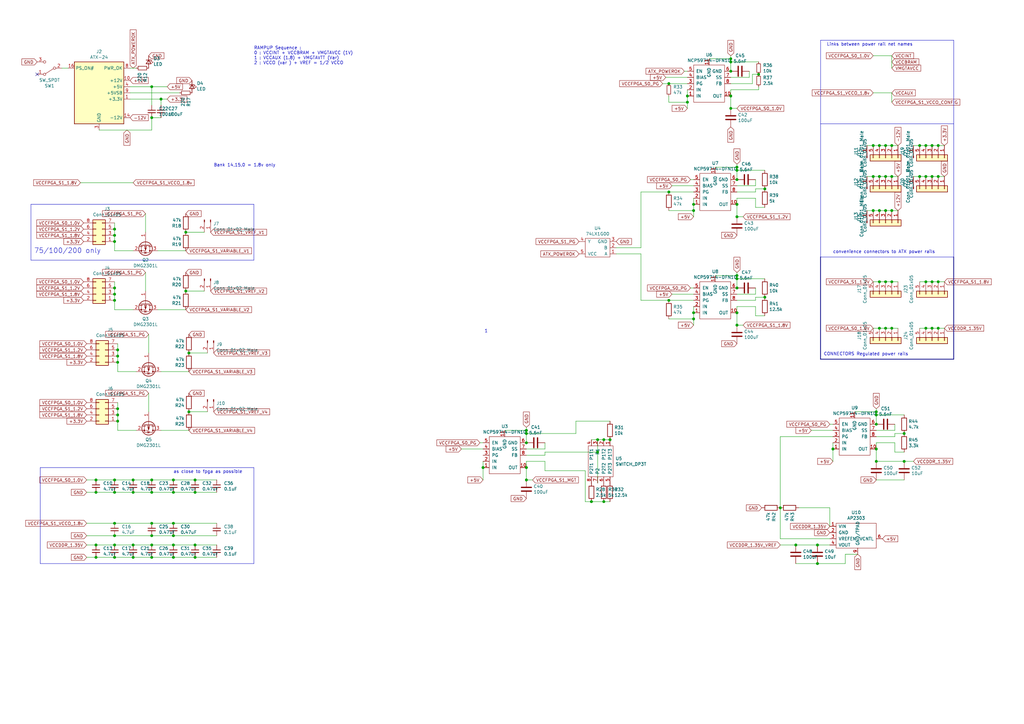
<source format=kicad_sch>
(kicad_sch (version 20200828) (generator eeschema)
  (page 4 8)
  (paper "A3")
  (junction (at 39.37 196.85) (diameter 1.016))
  (junction (at 39.37 201.93) (diameter 1.016))
  (junction (at 39.37 223.52) (diameter 1.016))
  (junction (at 39.37 228.6) (diameter 1.016))
  (junction (at 46.99 93.98) (diameter 1.016))
  (junction (at 46.99 96.52) (diameter 1.016))
  (junction (at 46.99 99.06) (diameter 1.016))
  (junction (at 46.99 118.11) (diameter 1.016))
  (junction (at 46.99 120.65) (diameter 1.016))
  (junction (at 46.99 123.19) (diameter 1.016))
  (junction (at 46.99 196.85) (diameter 1.016))
  (junction (at 46.99 201.93) (diameter 1.016))
  (junction (at 46.99 214.63) (diameter 1.016))
  (junction (at 46.99 219.71) (diameter 1.016))
  (junction (at 46.99 223.52) (diameter 1.016))
  (junction (at 46.99 228.6) (diameter 1.016))
  (junction (at 48.26 143.51) (diameter 1.016))
  (junction (at 48.26 146.05) (diameter 1.016))
  (junction (at 48.26 148.59) (diameter 1.016))
  (junction (at 48.26 167.64) (diameter 1.016))
  (junction (at 48.26 170.18) (diameter 1.016))
  (junction (at 48.26 172.72) (diameter 1.016))
  (junction (at 54.61 196.85) (diameter 1.016))
  (junction (at 54.61 201.93) (diameter 1.016))
  (junction (at 54.61 223.52) (diameter 1.016))
  (junction (at 54.61 228.6) (diameter 1.016))
  (junction (at 62.23 35.56) (diameter 1.016))
  (junction (at 62.23 48.26) (diameter 1.016))
  (junction (at 62.23 196.85) (diameter 1.016))
  (junction (at 62.23 201.93) (diameter 1.016))
  (junction (at 62.23 214.63) (diameter 1.016))
  (junction (at 62.23 219.71) (diameter 1.016))
  (junction (at 62.23 223.52) (diameter 1.016))
  (junction (at 62.23 228.6) (diameter 1.016))
  (junction (at 66.04 40.64) (diameter 1.016))
  (junction (at 71.12 196.85) (diameter 1.016))
  (junction (at 71.12 201.93) (diameter 1.016))
  (junction (at 71.12 214.63) (diameter 1.016))
  (junction (at 71.12 219.71) (diameter 1.016))
  (junction (at 71.12 223.52) (diameter 1.016))
  (junction (at 71.12 228.6) (diameter 1.016))
  (junction (at 76.2 95.25) (diameter 1.016))
  (junction (at 76.2 119.38) (diameter 1.016))
  (junction (at 77.47 144.78) (diameter 1.016))
  (junction (at 77.47 168.91) (diameter 1.016))
  (junction (at 80.01 196.85) (diameter 1.016))
  (junction (at 80.01 201.93) (diameter 1.016))
  (junction (at 80.01 223.52) (diameter 1.016))
  (junction (at 80.01 228.6) (diameter 1.016))
  (junction (at 198.12 191.77) (diameter 1.016))
  (junction (at 215.9 176.53) (diameter 1.016))
  (junction (at 215.9 177.8) (diameter 1.016))
  (junction (at 215.9 181.61) (diameter 1.016))
  (junction (at 215.9 191.77) (diameter 1.016))
  (junction (at 215.9 196.85) (diameter 1.016))
  (junction (at 242.57 205.74) (diameter 1.016))
  (junction (at 245.11 180.34) (diameter 1.016))
  (junction (at 245.11 185.42) (diameter 1.016))
  (junction (at 247.65 180.34) (diameter 1.016))
  (junction (at 247.65 205.74) (diameter 1.016))
  (junction (at 250.19 180.34) (diameter 1.016))
  (junction (at 274.32 34.29) (diameter 1.016))
  (junction (at 274.32 78.74) (diameter 1.016))
  (junction (at 274.32 123.19) (diameter 1.016))
  (junction (at 281.94 39.37) (diameter 1.016))
  (junction (at 281.94 41.91) (diameter 1.016))
  (junction (at 284.48 83.82) (diameter 1.016))
  (junction (at 284.48 86.36) (diameter 1.016))
  (junction (at 284.48 128.27) (diameter 1.016))
  (junction (at 284.48 130.81) (diameter 1.016))
  (junction (at 299.72 24.13) (diameter 1.016))
  (junction (at 299.72 25.4) (diameter 1.016))
  (junction (at 299.72 29.21) (diameter 1.016))
  (junction (at 299.72 39.37) (diameter 1.016))
  (junction (at 299.72 44.45) (diameter 1.016))
  (junction (at 302.26 68.58) (diameter 1.016))
  (junction (at 302.26 69.85) (diameter 1.016))
  (junction (at 302.26 73.66) (diameter 1.016))
  (junction (at 302.26 83.82) (diameter 1.016))
  (junction (at 302.26 88.9) (diameter 1.016))
  (junction (at 302.26 113.03) (diameter 1.016))
  (junction (at 302.26 114.3) (diameter 1.016))
  (junction (at 302.26 118.11) (diameter 1.016))
  (junction (at 302.26 128.27) (diameter 1.016))
  (junction (at 302.26 133.35) (diameter 1.016))
  (junction (at 311.15 30.48) (diameter 1.016))
  (junction (at 313.69 77.47) (diameter 1.016))
  (junction (at 313.69 121.92) (diameter 1.016))
  (junction (at 320.04 208.28) (diameter 1.016))
  (junction (at 326.39 223.52) (diameter 1.016))
  (junction (at 335.28 223.52) (diameter 1.016))
  (junction (at 335.28 231.14) (diameter 1.016))
  (junction (at 341.63 184.15) (diameter 1.016))
  (junction (at 358.14 59.69) (diameter 1.016))
  (junction (at 358.14 72.39) (diameter 1.016))
  (junction (at 358.14 86.36) (diameter 1.016))
  (junction (at 359.41 168.91) (diameter 1.016))
  (junction (at 359.41 170.18) (diameter 1.016))
  (junction (at 359.41 173.99) (diameter 1.016))
  (junction (at 359.41 184.15) (diameter 1.016))
  (junction (at 359.41 189.23) (diameter 1.016))
  (junction (at 360.68 59.69) (diameter 1.016))
  (junction (at 360.68 72.39) (diameter 1.016))
  (junction (at 360.68 86.36) (diameter 1.016))
  (junction (at 360.68 115.57) (diameter 1.016))
  (junction (at 360.68 134.62) (diameter 1.016))
  (junction (at 363.22 59.69) (diameter 1.016))
  (junction (at 363.22 72.39) (diameter 1.016))
  (junction (at 363.22 86.36) (diameter 1.016))
  (junction (at 363.22 115.57) (diameter 1.016))
  (junction (at 363.22 134.62) (diameter 1.016))
  (junction (at 365.76 59.69) (diameter 1.016))
  (junction (at 365.76 72.39) (diameter 1.016))
  (junction (at 365.76 86.36) (diameter 1.016))
  (junction (at 365.76 115.57) (diameter 1.016))
  (junction (at 365.76 134.62) (diameter 1.016))
  (junction (at 370.84 177.8) (diameter 1.016))
  (junction (at 370.84 189.23) (diameter 1.016))
  (junction (at 377.19 59.69) (diameter 1.016))
  (junction (at 377.19 72.39) (diameter 1.016))
  (junction (at 379.73 59.69) (diameter 1.016))
  (junction (at 379.73 72.39) (diameter 1.016))
  (junction (at 379.73 115.57) (diameter 1.016))
  (junction (at 379.73 134.62) (diameter 1.016))
  (junction (at 382.27 59.69) (diameter 1.016))
  (junction (at 382.27 72.39) (diameter 1.016))
  (junction (at 382.27 115.57) (diameter 1.016))
  (junction (at 382.27 134.62) (diameter 1.016))
  (junction (at 384.81 59.69) (diameter 1.016))
  (junction (at 384.81 72.39) (diameter 1.016))
  (junction (at 384.81 115.57) (diameter 1.016))
  (junction (at 384.81 134.62) (diameter 1.016))
  (no_connect (at 15.24 30.48))
  (wire (pts (xy 25.4 27.94) (xy 27.94 27.94)))
  (wire (pts (xy 33.02 74.93) (xy 54.61 74.93)))
  (wire (pts (xy 35.56 201.93) (xy 39.37 201.93)))
  (wire (pts (xy 35.56 214.63) (xy 46.99 214.63)))
  (wire (pts (xy 35.56 219.71) (xy 46.99 219.71)))
  (wire (pts (xy 35.56 228.6) (xy 39.37 228.6)))
  (wire (pts (xy 39.37 196.85) (xy 35.56 196.85)))
  (wire (pts (xy 39.37 201.93) (xy 46.99 201.93)))
  (wire (pts (xy 39.37 223.52) (xy 35.56 223.52)))
  (wire (pts (xy 39.37 228.6) (xy 46.99 228.6)))
  (wire (pts (xy 40.64 53.34) (xy 62.23 53.34)))
  (wire (pts (xy 46.99 91.44) (xy 46.99 93.98)))
  (wire (pts (xy 46.99 93.98) (xy 46.99 96.52)))
  (wire (pts (xy 46.99 96.52) (xy 46.99 99.06)))
  (wire (pts (xy 46.99 99.06) (xy 46.99 102.87)))
  (wire (pts (xy 46.99 102.87) (xy 54.61 102.87)))
  (wire (pts (xy 46.99 115.57) (xy 46.99 118.11)))
  (wire (pts (xy 46.99 118.11) (xy 46.99 120.65)))
  (wire (pts (xy 46.99 120.65) (xy 46.99 123.19)))
  (wire (pts (xy 46.99 123.19) (xy 46.99 127)))
  (wire (pts (xy 46.99 127) (xy 54.61 127)))
  (wire (pts (xy 46.99 196.85) (xy 39.37 196.85)))
  (wire (pts (xy 46.99 201.93) (xy 54.61 201.93)))
  (wire (pts (xy 46.99 214.63) (xy 62.23 214.63)))
  (wire (pts (xy 46.99 219.71) (xy 62.23 219.71)))
  (wire (pts (xy 46.99 223.52) (xy 39.37 223.52)))
  (wire (pts (xy 46.99 228.6) (xy 54.61 228.6)))
  (wire (pts (xy 48.26 140.97) (xy 48.26 143.51)))
  (wire (pts (xy 48.26 143.51) (xy 48.26 146.05)))
  (wire (pts (xy 48.26 146.05) (xy 48.26 148.59)))
  (wire (pts (xy 48.26 148.59) (xy 48.26 152.4)))
  (wire (pts (xy 48.26 152.4) (xy 55.88 152.4)))
  (wire (pts (xy 48.26 165.1) (xy 48.26 167.64)))
  (wire (pts (xy 48.26 167.64) (xy 48.26 170.18)))
  (wire (pts (xy 48.26 170.18) (xy 48.26 172.72)))
  (wire (pts (xy 48.26 172.72) (xy 48.26 176.53)))
  (wire (pts (xy 48.26 176.53) (xy 55.88 176.53)))
  (wire (pts (xy 53.34 27.94) (xy 55.88 27.94)))
  (wire (pts (xy 53.34 35.56) (xy 62.23 35.56)))
  (wire (pts (xy 53.34 38.1) (xy 73.66 38.1)))
  (wire (pts (xy 53.34 40.64) (xy 66.04 40.64)))
  (wire (pts (xy 54.61 196.85) (xy 46.99 196.85)))
  (wire (pts (xy 54.61 201.93) (xy 62.23 201.93)))
  (wire (pts (xy 54.61 223.52) (xy 46.99 223.52)))
  (wire (pts (xy 54.61 228.6) (xy 62.23 228.6)))
  (wire (pts (xy 59.69 95.25) (xy 59.69 87.63)))
  (wire (pts (xy 59.69 119.38) (xy 59.69 111.76)))
  (wire (pts (xy 60.96 144.78) (xy 60.96 137.16)))
  (wire (pts (xy 60.96 168.91) (xy 60.96 161.29)))
  (wire (pts (xy 62.23 35.56) (xy 68.58 35.56)))
  (wire (pts (xy 62.23 43.18) (xy 62.23 35.56)))
  (wire (pts (xy 62.23 48.26) (xy 66.04 48.26)))
  (wire (pts (xy 62.23 53.34) (xy 62.23 48.26)))
  (wire (pts (xy 62.23 196.85) (xy 54.61 196.85)))
  (wire (pts (xy 62.23 201.93) (xy 71.12 201.93)))
  (wire (pts (xy 62.23 219.71) (xy 71.12 219.71)))
  (wire (pts (xy 62.23 223.52) (xy 54.61 223.52)))
  (wire (pts (xy 62.23 228.6) (xy 71.12 228.6)))
  (wire (pts (xy 64.77 102.87) (xy 76.2 102.87)))
  (wire (pts (xy 64.77 127) (xy 76.2 127)))
  (wire (pts (xy 66.04 40.64) (xy 66.04 43.18)))
  (wire (pts (xy 66.04 40.64) (xy 68.58 40.64)))
  (wire (pts (xy 66.04 152.4) (xy 77.47 152.4)))
  (wire (pts (xy 66.04 176.53) (xy 77.47 176.53)))
  (wire (pts (xy 71.12 196.85) (xy 62.23 196.85)))
  (wire (pts (xy 71.12 201.93) (xy 80.01 201.93)))
  (wire (pts (xy 71.12 214.63) (xy 62.23 214.63)))
  (wire (pts (xy 71.12 214.63) (xy 88.9 214.63)))
  (wire (pts (xy 71.12 219.71) (xy 88.9 219.71)))
  (wire (pts (xy 71.12 223.52) (xy 62.23 223.52)))
  (wire (pts (xy 71.12 228.6) (xy 80.01 228.6)))
  (wire (pts (xy 76.2 95.25) (xy 83.82 95.25)))
  (wire (pts (xy 76.2 119.38) (xy 83.82 119.38)))
  (wire (pts (xy 77.47 144.78) (xy 85.09 144.78)))
  (wire (pts (xy 77.47 168.91) (xy 85.09 168.91)))
  (wire (pts (xy 80.01 196.85) (xy 71.12 196.85)))
  (wire (pts (xy 80.01 196.85) (xy 88.9 196.85)))
  (wire (pts (xy 80.01 201.93) (xy 88.9 201.93)))
  (wire (pts (xy 80.01 223.52) (xy 71.12 223.52)))
  (wire (pts (xy 80.01 223.52) (xy 88.9 223.52)))
  (wire (pts (xy 80.01 228.6) (xy 88.9 228.6)))
  (wire (pts (xy 189.23 184.15) (xy 198.12 184.15)))
  (wire (pts (xy 196.85 181.61) (xy 198.12 181.61)))
  (wire (pts (xy 198.12 189.23) (xy 198.12 191.77)))
  (wire (pts (xy 198.12 191.77) (xy 198.12 196.85)))
  (wire (pts (xy 207.01 176.53) (xy 215.9 176.53)))
  (wire (pts (xy 215.9 175.26) (xy 215.9 176.53)))
  (wire (pts (xy 215.9 176.53) (xy 215.9 177.8)))
  (wire (pts (xy 215.9 177.8) (xy 215.9 181.61)))
  (wire (pts (xy 215.9 177.8) (xy 236.22 177.8)))
  (wire (pts (xy 215.9 184.15) (xy 223.52 184.15)))
  (wire (pts (xy 215.9 186.69) (xy 223.52 186.69)))
  (wire (pts (xy 215.9 189.23) (xy 215.9 191.77)))
  (wire (pts (xy 215.9 189.23) (xy 223.52 189.23)))
  (wire (pts (xy 215.9 191.77) (xy 215.9 196.85)))
  (wire (pts (xy 215.9 196.85) (xy 218.44 196.85)))
  (wire (pts (xy 223.52 184.15) (xy 223.52 181.61)))
  (wire (pts (xy 223.52 185.42) (xy 245.11 185.42)))
  (wire (pts (xy 223.52 186.69) (xy 223.52 185.42)))
  (wire (pts (xy 223.52 189.23) (xy 223.52 193.04)))
  (wire (pts (xy 223.52 193.04) (xy 240.03 193.04)))
  (wire (pts (xy 236.22 172.72) (xy 250.19 172.72)))
  (wire (pts (xy 236.22 177.8) (xy 236.22 172.72)))
  (wire (pts (xy 240.03 193.04) (xy 240.03 205.74)))
  (wire (pts (xy 240.03 205.74) (xy 242.57 205.74)))
  (wire (pts (xy 242.57 180.34) (xy 245.11 180.34)))
  (wire (pts (xy 242.57 205.74) (xy 247.65 205.74)))
  (wire (pts (xy 245.11 180.34) (xy 247.65 180.34)))
  (wire (pts (xy 245.11 185.42) (xy 245.11 180.34)))
  (wire (pts (xy 245.11 185.42) (xy 245.11 198.12)))
  (wire (pts (xy 247.65 180.34) (xy 250.19 180.34)))
  (wire (pts (xy 247.65 205.74) (xy 250.19 205.74)))
  (wire (pts (xy 252.73 101.6) (xy 262.89 101.6)))
  (wire (pts (xy 252.73 104.14) (xy 262.89 104.14)))
  (wire (pts (xy 262.89 78.74) (xy 274.32 78.74)))
  (wire (pts (xy 262.89 101.6) (xy 262.89 78.74)))
  (wire (pts (xy 262.89 104.14) (xy 262.89 123.19)))
  (wire (pts (xy 262.89 123.19) (xy 274.32 123.19)))
  (wire (pts (xy 271.78 34.29) (xy 274.32 34.29)))
  (wire (pts (xy 273.05 31.75) (xy 281.94 31.75)))
  (wire (pts (xy 274.32 34.29) (xy 281.94 34.29)))
  (wire (pts (xy 274.32 39.37) (xy 274.32 41.91)))
  (wire (pts (xy 274.32 41.91) (xy 281.94 41.91)))
  (wire (pts (xy 274.32 78.74) (xy 284.48 78.74)))
  (wire (pts (xy 274.32 86.36) (xy 284.48 86.36)))
  (wire (pts (xy 274.32 123.19) (xy 284.48 123.19)))
  (wire (pts (xy 274.32 130.81) (xy 284.48 130.81)))
  (wire (pts (xy 275.59 76.2) (xy 284.48 76.2)))
  (wire (pts (xy 275.59 120.65) (xy 284.48 120.65)))
  (wire (pts (xy 280.67 29.21) (xy 281.94 29.21)))
  (wire (pts (xy 281.94 36.83) (xy 281.94 39.37)))
  (wire (pts (xy 281.94 41.91) (xy 281.94 39.37)))
  (wire (pts (xy 281.94 44.45) (xy 281.94 41.91)))
  (wire (pts (xy 283.21 73.66) (xy 284.48 73.66)))
  (wire (pts (xy 283.21 118.11) (xy 284.48 118.11)))
  (wire (pts (xy 284.48 81.28) (xy 284.48 83.82)))
  (wire (pts (xy 284.48 86.36) (xy 284.48 83.82)))
  (wire (pts (xy 284.48 88.9) (xy 284.48 86.36)))
  (wire (pts (xy 284.48 125.73) (xy 284.48 128.27)))
  (wire (pts (xy 284.48 130.81) (xy 284.48 128.27)))
  (wire (pts (xy 284.48 133.35) (xy 284.48 130.81)))
  (wire (pts (xy 290.83 24.13) (xy 299.72 24.13)))
  (wire (pts (xy 293.37 68.58) (xy 302.26 68.58)))
  (wire (pts (xy 293.37 113.03) (xy 302.26 113.03)))
  (wire (pts (xy 299.72 22.86) (xy 299.72 24.13)))
  (wire (pts (xy 299.72 24.13) (xy 299.72 25.4)))
  (wire (pts (xy 299.72 25.4) (xy 299.72 29.21)))
  (wire (pts (xy 299.72 25.4) (xy 311.15 25.4)))
  (wire (pts (xy 299.72 31.75) (xy 307.34 31.75)))
  (wire (pts (xy 299.72 34.29) (xy 308.61 34.29)))
  (wire (pts (xy 299.72 36.83) (xy 299.72 39.37)))
  (wire (pts (xy 299.72 36.83) (xy 311.15 36.83)))
  (wire (pts (xy 299.72 39.37) (xy 299.72 44.45)))
  (wire (pts (xy 299.72 44.45) (xy 302.26 44.45)))
  (wire (pts (xy 302.26 67.31) (xy 302.26 68.58)))
  (wire (pts (xy 302.26 68.58) (xy 302.26 69.85)))
  (wire (pts (xy 302.26 69.85) (xy 302.26 73.66)))
  (wire (pts (xy 302.26 69.85) (xy 313.69 69.85)))
  (wire (pts (xy 302.26 76.2) (xy 309.88 76.2)))
  (wire (pts (xy 302.26 78.74) (xy 309.88 78.74)))
  (wire (pts (xy 302.26 81.28) (xy 302.26 83.82)))
  (wire (pts (xy 302.26 81.28) (xy 309.88 81.28)))
  (wire (pts (xy 302.26 83.82) (xy 302.26 88.9)))
  (wire (pts (xy 302.26 88.9) (xy 304.8 88.9)))
  (wire (pts (xy 302.26 111.76) (xy 302.26 113.03)))
  (wire (pts (xy 302.26 113.03) (xy 302.26 114.3)))
  (wire (pts (xy 302.26 114.3) (xy 302.26 118.11)))
  (wire (pts (xy 302.26 114.3) (xy 313.69 114.3)))
  (wire (pts (xy 302.26 120.65) (xy 309.88 120.65)))
  (wire (pts (xy 302.26 123.19) (xy 309.88 123.19)))
  (wire (pts (xy 302.26 125.73) (xy 302.26 128.27)))
  (wire (pts (xy 302.26 125.73) (xy 309.88 125.73)))
  (wire (pts (xy 302.26 128.27) (xy 302.26 133.35)))
  (wire (pts (xy 302.26 133.35) (xy 304.8 133.35)))
  (wire (pts (xy 307.34 31.75) (xy 307.34 29.21)))
  (wire (pts (xy 308.61 30.48) (xy 311.15 30.48)))
  (wire (pts (xy 308.61 34.29) (xy 308.61 30.48)))
  (wire (pts (xy 309.88 76.2) (xy 309.88 73.66)))
  (wire (pts (xy 309.88 77.47) (xy 313.69 77.47)))
  (wire (pts (xy 309.88 78.74) (xy 309.88 77.47)))
  (wire (pts (xy 309.88 81.28) (xy 309.88 85.09)))
  (wire (pts (xy 309.88 85.09) (xy 313.69 85.09)))
  (wire (pts (xy 309.88 120.65) (xy 309.88 118.11)))
  (wire (pts (xy 309.88 121.92) (xy 313.69 121.92)))
  (wire (pts (xy 309.88 123.19) (xy 309.88 121.92)))
  (wire (pts (xy 309.88 125.73) (xy 309.88 129.54)))
  (wire (pts (xy 309.88 129.54) (xy 313.69 129.54)))
  (wire (pts (xy 311.15 36.83) (xy 311.15 35.56)))
  (wire (pts (xy 320.04 179.07) (xy 320.04 208.28)))
  (wire (pts (xy 320.04 208.28) (xy 320.04 220.98)))
  (wire (pts (xy 320.04 220.98) (xy 340.36 220.98)))
  (wire (pts (xy 320.04 223.52) (xy 326.39 223.52)))
  (wire (pts (xy 326.39 223.52) (xy 335.28 223.52)))
  (wire (pts (xy 326.39 231.14) (xy 335.28 231.14)))
  (wire (pts (xy 332.74 176.53) (xy 341.63 176.53)))
  (wire (pts (xy 335.28 223.52) (xy 340.36 223.52)))
  (wire (pts (xy 335.28 231.14) (xy 346.71 231.14)))
  (wire (pts (xy 340.36 173.99) (xy 341.63 173.99)))
  (wire (pts (xy 340.36 208.28) (xy 327.66 208.28)))
  (wire (pts (xy 340.36 215.9) (xy 340.36 208.28)))
  (wire (pts (xy 341.63 179.07) (xy 320.04 179.07)))
  (wire (pts (xy 341.63 181.61) (xy 341.63 184.15)))
  (wire (pts (xy 341.63 184.15) (xy 341.63 189.23)))
  (wire (pts (xy 346.71 227.33) (xy 351.79 227.33)))
  (wire (pts (xy 346.71 231.14) (xy 346.71 227.33)))
  (wire (pts (xy 350.52 168.91) (xy 359.41 168.91)))
  (wire (pts (xy 355.6 59.69) (xy 358.14 59.69)))
  (wire (pts (xy 355.6 72.39) (xy 358.14 72.39)))
  (wire (pts (xy 355.6 86.36) (xy 358.14 86.36)))
  (wire (pts (xy 358.14 22.86) (xy 365.76 22.86)))
  (wire (pts (xy 358.14 59.69) (xy 360.68 59.69)))
  (wire (pts (xy 358.14 115.57) (xy 360.68 115.57)))
  (wire (pts (xy 358.14 134.62) (xy 360.68 134.62)))
  (wire (pts (xy 359.41 167.64) (xy 359.41 168.91)))
  (wire (pts (xy 359.41 168.91) (xy 359.41 170.18)))
  (wire (pts (xy 359.41 170.18) (xy 359.41 173.99)))
  (wire (pts (xy 359.41 170.18) (xy 370.84 170.18)))
  (wire (pts (xy 359.41 176.53) (xy 367.03 176.53)))
  (wire (pts (xy 359.41 179.07) (xy 367.03 179.07)))
  (wire (pts (xy 359.41 181.61) (xy 359.41 184.15)))
  (wire (pts (xy 359.41 181.61) (xy 367.03 181.61)))
  (wire (pts (xy 359.41 184.15) (xy 359.41 189.23)))
  (wire (pts (xy 359.41 189.23) (xy 370.84 189.23)))
  (wire (pts (xy 359.41 196.85) (xy 370.84 196.85)))
  (wire (pts (xy 360.68 59.69) (xy 363.22 59.69)))
  (wire (pts (xy 360.68 72.39) (xy 358.14 72.39)))
  (wire (pts (xy 360.68 86.36) (xy 358.14 86.36)))
  (wire (pts (xy 360.68 115.57) (xy 363.22 115.57)))
  (wire (pts (xy 363.22 59.69) (xy 365.76 59.69)))
  (wire (pts (xy 363.22 72.39) (xy 360.68 72.39)))
  (wire (pts (xy 363.22 86.36) (xy 360.68 86.36)))
  (wire (pts (xy 363.22 115.57) (xy 365.76 115.57)))
  (wire (pts (xy 363.22 134.62) (xy 360.68 134.62)))
  (wire (pts (xy 365.76 22.86) (xy 365.76 27.94)))
  (wire (pts (xy 365.76 38.1) (xy 358.14 38.1)))
  (wire (pts (xy 365.76 38.1) (xy 365.76 41.91)))
  (wire (pts (xy 365.76 59.69) (xy 368.3 59.69)))
  (wire (pts (xy 365.76 72.39) (xy 363.22 72.39)))
  (wire (pts (xy 365.76 86.36) (xy 363.22 86.36)))
  (wire (pts (xy 365.76 115.57) (xy 368.3 115.57)))
  (wire (pts (xy 365.76 134.62) (xy 363.22 134.62)))
  (wire (pts (xy 367.03 176.53) (xy 367.03 173.99)))
  (wire (pts (xy 367.03 177.8) (xy 370.84 177.8)))
  (wire (pts (xy 367.03 179.07) (xy 367.03 177.8)))
  (wire (pts (xy 367.03 181.61) (xy 367.03 185.42)))
  (wire (pts (xy 367.03 185.42) (xy 370.84 185.42)))
  (wire (pts (xy 368.3 72.39) (xy 365.76 72.39)))
  (wire (pts (xy 368.3 86.36) (xy 365.76 86.36)))
  (wire (pts (xy 368.3 134.62) (xy 365.76 134.62)))
  (wire (pts (xy 370.84 189.23) (xy 374.65 189.23)))
  (wire (pts (xy 374.65 59.69) (xy 377.19 59.69)))
  (wire (pts (xy 374.65 72.39) (xy 377.19 72.39)))
  (wire (pts (xy 377.19 59.69) (xy 379.73 59.69)))
  (wire (pts (xy 377.19 115.57) (xy 379.73 115.57)))
  (wire (pts (xy 377.19 134.62) (xy 379.73 134.62)))
  (wire (pts (xy 379.73 59.69) (xy 382.27 59.69)))
  (wire (pts (xy 379.73 72.39) (xy 377.19 72.39)))
  (wire (pts (xy 379.73 115.57) (xy 382.27 115.57)))
  (wire (pts (xy 382.27 59.69) (xy 384.81 59.69)))
  (wire (pts (xy 382.27 72.39) (xy 379.73 72.39)))
  (wire (pts (xy 382.27 115.57) (xy 384.81 115.57)))
  (wire (pts (xy 382.27 134.62) (xy 379.73 134.62)))
  (wire (pts (xy 384.81 59.69) (xy 387.35 59.69)))
  (wire (pts (xy 384.81 72.39) (xy 382.27 72.39)))
  (wire (pts (xy 384.81 115.57) (xy 387.35 115.57)))
  (wire (pts (xy 384.81 134.62) (xy 382.27 134.62)))
  (wire (pts (xy 387.35 72.39) (xy 384.81 72.39)))
  (wire (pts (xy 387.35 134.62) (xy 384.81 134.62)))
  (bus (pts (xy 336.55 105.41) (xy 336.55 147.32)))
  (bus (pts (xy 336.55 147.32) (xy 391.16 147.32)))
  (bus (pts (xy 391.16 147.32) (xy 391.16 105.41)))
  (polyline (pts (xy 12.7 83.82) (xy 104.14 83.82)) (stroke (width 0) (type solid)))
  (polyline (pts (xy 12.7 106.68) (xy 12.7 83.82)) (stroke (width 0) (type solid)))
  (polyline (pts (xy 16.51 191.77) (xy 104.14 191.77)) (stroke (width 0) (type solid)))
  (polyline (pts (xy 16.51 231.14) (xy 16.51 191.77)) (stroke (width 0) (type solid)))
  (polyline (pts (xy 104.14 83.82) (xy 104.14 106.68)) (stroke (width 0) (type solid)))
  (polyline (pts (xy 104.14 106.68) (xy 12.7 106.68)) (stroke (width 0) (type solid)))
  (polyline (pts (xy 104.14 191.77) (xy 104.14 231.14)) (stroke (width 0) (type solid)))
  (polyline (pts (xy 104.14 231.14) (xy 16.51 231.14)) (stroke (width 0) (type solid)))
  (polyline (pts (xy 336.55 16.51) (xy 336.55 105.41)) (stroke (width 0) (type solid)))
  (polyline (pts (xy 336.55 50.8) (xy 391.16 50.8)) (stroke (width 0) (type solid)))
  (polyline (pts (xy 336.55 105.41) (xy 391.16 105.41)) (stroke (width 0) (type solid)))
  (polyline (pts (xy 391.16 16.51) (xy 336.55 16.51)) (stroke (width 0) (type solid)))
  (polyline (pts (xy 391.16 16.51) (xy 391.16 105.41)) (stroke (width 0) (type solid)))
  (text "75/100/200 only" (at 13.97 104.14 0) (effects (font (size 2.0066 2.0066)) (justify left bottom)))
  (text "as close to fpga as possible" (at 71.12 194.31 0) (effects (font (size 1.27 1.27)) (justify left bottom)))
  (text "RAMPUP Sequence :\n0 : VCCINT + VCCBRAM + VMGTAVCC (1V)\n1 : VCCAUX (1.8) + VMGTAVTT (Var)\n2 : VCCO (var ) + VREF = 1/2 VCCO" (at 104.14 26.67 0) (effects (font (size 1.27 1.27)) (justify left bottom)))
  (text "Bank 14,15,0 = 1.8v only" (at 113.03 68.58 180) (effects (font (size 1.27 1.27)) (justify right bottom)))
  (text "1" (at 199.39 135.89 180) (effects (font (size 1.27 1.27))))
  (text "CONNECTORS Regulated power rails\n" (at 337.82 146.05 0) (effects (font (size 1.27 1.27)) (justify left bottom)))
  (text "Links between power rail net names" (at 339.09 19.05 0) (effects (font (size 1.27 1.27)) (justify left bottom)))
  (text "convenience connectors to ATX power rails" (at 341.63 104.14 0) (effects (font (size 1.27 1.27)) (justify left bottom)))
  (global_label "GND" (shape input) (at 15.24 25.4 180))
  (global_label "VCCFPGA_S1_1.8V" (shape input) (at 33.02 74.93 180))
  (global_label "VCCFPGA_S0_1.0V" (shape input) (at 34.29 91.44 180))
  (global_label "VCCFPGA_S1_1.2V" (shape input) (at 34.29 93.98 180))
  (global_label "VCCFPGA_S1_1.8V" (shape input) (at 34.29 96.52 180))
  (global_label "+3.3V" (shape input) (at 34.29 99.06 180))
  (global_label "VCCFPGA_S0_1.0V" (shape input) (at 34.29 115.57 180))
  (global_label "VCCFPGA_S1_1.2V" (shape input) (at 34.29 118.11 180))
  (global_label "VCCFPGA_S1_1.8V" (shape input) (at 34.29 120.65 180))
  (global_label "+3.3V" (shape input) (at 34.29 123.19 180))
  (global_label "VCCFPGA_S0_1.0V" (shape input) (at 35.56 140.97 180))
  (global_label "VCCFPGA_S1_1.2V" (shape input) (at 35.56 143.51 180))
  (global_label "VCCFPGA_S1_1.8V" (shape input) (at 35.56 146.05 180))
  (global_label "+3.3V" (shape input) (at 35.56 148.59 180))
  (global_label "VCCFPGA_S0_1.0V" (shape input) (at 35.56 165.1 180))
  (global_label "VCCFPGA_S1_1.2V" (shape input) (at 35.56 167.64 180))
  (global_label "VCCFPGA_S1_1.8V" (shape input) (at 35.56 170.18 180))
  (global_label "+3.3V" (shape input) (at 35.56 172.72 180))
  (global_label "VCCFPGA_S0_1.0V" (shape input) (at 35.56 196.85 180))
  (global_label "GND" (shape input) (at 35.56 201.93 180))
  (global_label "VCCFPGA_S1_VCCO_1.8v" (shape input) (at 35.56 214.63 180))
  (global_label "GND" (shape input) (at 35.56 219.71 180))
  (global_label "VCCDDR_1.35V" (shape input) (at 35.56 223.52 180))
  (global_label "GND" (shape input) (at 35.56 228.6 180))
  (global_label "GND" (shape input) (at 52.07 53.34 270))
  (global_label "+12V" (shape input) (at 53.34 33.02 0))
  (global_label "-12V" (shape input) (at 53.34 48.26 0))
  (global_label "ATX_POWEROK" (shape input) (at 54.61 27.94 90))
  (global_label "VCCFPGA_S1_VCCO_1.8v" (shape input) (at 54.61 74.93 0))
  (global_label "VCCFPGA_S1_PG" (shape input) (at 59.69 87.63 180))
  (global_label "VCCFPGA_S1_PG" (shape input) (at 59.69 111.76 180))
  (global_label "GND" (shape input) (at 60.96 22.86 0))
  (global_label "VCCFPGA_S1_PG" (shape input) (at 60.96 137.16 180))
  (global_label "VCCFPGA_S1_PG" (shape input) (at 60.96 161.29 180))
  (global_label "+5V" (shape input) (at 68.58 35.56 0))
  (global_label "+3.3V" (shape input) (at 68.58 40.64 0))
  (global_label "GND" (shape input) (at 76.2 87.63 0))
  (global_label "VCCFPGA_S1_VARIABLE_V1" (shape input) (at 76.2 102.87 0))
  (global_label "GND" (shape input) (at 76.2 111.76 0))
  (global_label "VCCFPGA_S1_VARIABLE_V2" (shape input) (at 76.2 127 0))
  (global_label "GND" (shape input) (at 77.47 137.16 0))
  (global_label "VCCFPGA_S1_VARIABLE_V3" (shape input) (at 77.47 152.4 0))
  (global_label "GND" (shape input) (at 77.47 161.29 0))
  (global_label "VCCFPGA_S1_VARIABLE_V4" (shape input) (at 77.47 176.53 0))
  (global_label "GND" (shape input) (at 78.74 33.02 180))
  (global_label "VCCFPGA_S1_VREF_V1" (shape input) (at 86.36 95.25 0))
  (global_label "VCCFPGA_S1_VREF_V2" (shape input) (at 86.36 119.38 0))
  (global_label "VCCFPGA_S1_VREF_V3" (shape input) (at 87.63 144.78 0))
  (global_label "VCCFPGA_S1_VREF_V4" (shape input) (at 87.63 168.91 0))
  (global_label "+5V" (shape input) (at 189.23 184.15 180))
  (global_label "VCCFPGA_S0_PG" (shape input) (at 196.85 181.61 180))
  (global_label "+5V" (shape input) (at 198.12 196.85 180))
  (global_label "GND" (shape input) (at 215.9 175.26 90))
  (global_label "GND" (shape input) (at 215.9 204.47 180))
  (global_label "VCCFPGA_S1_MGT" (shape input) (at 218.44 196.85 0))
  (global_label "VCCFPGA_S1_PG" (shape input) (at 237.49 99.06 180))
  (global_label "ATX_POWEROK" (shape input) (at 237.49 104.14 180))
  (global_label "GND" (shape input) (at 252.73 99.06 0))
  (global_label "VCCFPGA_S0_PG" (shape input) (at 271.78 34.29 180))
  (global_label "+5V" (shape input) (at 273.05 31.75 180))
  (global_label "+5V" (shape input) (at 275.59 76.2 180))
  (global_label "+5V" (shape input) (at 275.59 120.65 180))
  (global_label "ATX_POWEROK" (shape input) (at 280.67 29.21 180))
  (global_label "+5V" (shape input) (at 281.94 44.45 180))
  (global_label "VCCFPGA_S0_PG" (shape input) (at 283.21 73.66 180))
  (global_label "VCCFPGA_S0_PG" (shape input) (at 283.21 118.11 180))
  (global_label "+5V" (shape input) (at 284.48 88.9 180))
  (global_label "+5V" (shape input) (at 284.48 133.35 180))
  (global_label "GND" (shape input) (at 299.72 22.86 90))
  (global_label "GND" (shape input) (at 299.72 52.07 270))
  (global_label "VCCFPGA_S0_1.0V" (shape input) (at 302.26 44.45 0))
  (global_label "GND" (shape input) (at 302.26 67.31 90))
  (global_label "GND" (shape input) (at 302.26 96.52 180))
  (global_label "GND" (shape input) (at 302.26 111.76 90))
  (global_label "GND" (shape input) (at 302.26 140.97 180))
  (global_label "VCCFPGA_S1_1.2V" (shape input) (at 304.8 88.9 0))
  (global_label "VCCFPGA_S1_1.8V" (shape input) (at 304.8 133.35 0))
  (global_label "GND" (shape input) (at 312.42 208.28 180))
  (global_label "VCCDDR_1.35V_VREF" (shape input) (at 320.04 223.52 180))
  (global_label "+5V" (shape input) (at 332.74 176.53 180))
  (global_label "VCCFPGA_S0_PG" (shape input) (at 340.36 173.99 180))
  (global_label "VCCDDR_1.35V" (shape input) (at 340.36 215.9 180))
  (global_label "GND" (shape input) (at 340.36 218.44 180))
  (global_label "+5V" (shape input) (at 341.63 189.23 180))
  (global_label "GND" (shape input) (at 351.79 227.33 270))
  (global_label "VCCFPGA_S0_1.0V" (shape input) (at 358.14 22.86 180))
  (global_label "VCCFPGA_S1_VCCO_1.8v" (shape input) (at 358.14 38.1 180))
  (global_label "VCCFPGA_S1_1.2V" (shape input) (at 358.14 115.57 180))
  (global_label "VCCFPGA_S0_1.0V" (shape input) (at 358.14 134.62 180))
  (global_label "GND" (shape input) (at 359.41 167.64 90))
  (global_label "GND" (shape input) (at 359.41 196.85 180))
  (global_label "+5V" (shape input) (at 361.95 220.98 0))
  (global_label "VCCINT" (shape input) (at 365.76 22.86 0))
  (global_label "VCCBRAM" (shape input) (at 365.76 25.4 0))
  (global_label "VMGTAVCC" (shape input) (at 365.76 27.94 0))
  (global_label "VCCAUX" (shape input) (at 365.76 38.1 0))
  (global_label "VCCFPGA_S1_VCCO_CONFIG" (shape input) (at 365.76 41.91 0))
  (global_label "-12V" (shape input) (at 368.3 59.69 90))
  (global_label "+5V" (shape input) (at 368.3 72.39 90))
  (global_label "+12V" (shape input) (at 368.3 86.36 90))
  (global_label "VCCDDR_1.35V" (shape input) (at 374.65 189.23 0))
  (global_label "+3.3V" (shape input) (at 387.35 59.69 90))
  (global_label "GND" (shape input) (at 387.35 72.39 90))
  (global_label "VCCFPGA_S1_1.8V" (shape input) (at 387.35 115.57 0))
  (global_label "VCCDDR_1.35V" (shape input) (at 387.35 134.62 0))
  (symbol (lib_id "Device:R_Small") (at 58.42 27.94 270) (unit 1)
    (property "Reference" "R12" (at 59.5884 29.718 0) (effects (justify left)))
    (property "Value" "220" (at 57.277 29.718 0) (effects (justify left)))
    (property "Footprint" "Resistor_SMD:R_0603_1608Metric" (effects hide))
  )
  (symbol (lib_id "Device:R_Small") (at 76.2 38.1 270) (unit 1)
    (property "Reference" "R17" (at 77.3684 39.878 0) (effects (justify left)))
    (property "Value" "220" (at 75.057 39.878 0) (effects (justify left)))
    (property "Footprint" "Resistor_SMD:R_0603_1608Metric" (effects hide))
  )
  (symbol (lib_id "Device:R_Small") (at 274.32 36.83 0) (unit 1)
    (property "Reference" "R33" (at 276.098 35.6616 0) (effects (justify left)))
    (property "Value" "47k" (at 276.098 37.973 0) (effects (justify left)))
    (property "Footprint" "Resistor_SMD:R_0603_1608Metric" (effects hide))
  )
  (symbol (lib_id "Device:R_Small") (at 311.15 27.94 0) (unit 1)
    (property "Reference" "R36" (at 312.928 26.7716 0) (effects (justify left)))
    (property "Value" "10k" (at 312.928 29.083 0) (effects (justify left)))
    (property "Footprint" "Resistor_SMD:R_0603_1608Metric" (effects hide))
  )
  (symbol (lib_id "Device:R_Small") (at 311.15 33.02 0) (unit 1)
    (property "Reference" "R37" (at 312.928 31.8516 0) (effects (justify left)))
    (property "Value" "2.5k" (at 312.928 34.163 0) (effects (justify left)))
    (property "Footprint" "Resistor_SMD:R_0603_1608Metric" (effects hide))
  )
  (symbol (lib_id "Connector:Conn_01x01_Male") (at 355.6 64.77 90) (unit 1)
    (property "Reference" "J11" (at 351.0788 62.0776 0))
    (property "Value" "Conn_01x01_Male" (at 353.3902 62.0776 0))
    (property "Footprint" "Connector:Banana_Jack_1Pin" (effects hide))
  )
  (symbol (lib_id "Connector:Conn_01x01_Male") (at 355.6 77.47 90) (unit 1)
    (property "Reference" "J12" (at 351.0788 74.7776 0))
    (property "Value" "Conn_01x01_Male" (at 353.3902 74.7776 0))
    (property "Footprint" "Connector:Banana_Jack_1Pin" (effects hide))
  )
  (symbol (lib_id "Connector:Conn_01x01_Male") (at 355.6 91.44 90) (unit 1)
    (property "Reference" "J13" (at 351.0788 88.7476 0))
    (property "Value" "Conn_01x01_Male" (at 353.3902 88.7476 0))
    (property "Footprint" "Connector:Banana_Jack_1Pin" (effects hide))
  )
  (symbol (lib_id "Connector:Conn_01x01_Male") (at 374.65 64.77 90) (unit 1)
    (property "Reference" "J19" (at 370.1288 62.0776 0))
    (property "Value" "Conn_01x01_Male" (at 372.4402 62.0776 0))
    (property "Footprint" "Connector:Banana_Jack_1Pin" (effects hide))
  )
  (symbol (lib_id "Connector:Conn_01x01_Male") (at 374.65 77.47 90) (unit 1)
    (property "Reference" "J20" (at 370.1288 74.7776 0))
    (property "Value" "Conn_01x01_Male" (at 372.4402 74.7776 0))
    (property "Footprint" "Connector:Banana_Jack_1Pin" (effects hide))
  )
  (symbol (lib_id "Device:LED_Small") (at 60.96 25.4 270) (unit 1)
    (property "Reference" "D3" (at 62.9412 24.003 90) (effects (justify left)))
    (property "Value" "LED" (at 62.9412 26.3144 90) (effects (justify left)))
    (property "Footprint" "LED_SMD:LED_0603_1608Metric" (effects hide))
  )
  (symbol (lib_id "Device:LED_Small") (at 78.74 35.56 270) (unit 1)
    (property "Reference" "D4" (at 80.7212 34.163 90) (effects (justify left)))
    (property "Value" "LED" (at 80.7212 36.4744 90) (effects (justify left)))
    (property "Footprint" "LED_SMD:LED_0603_1608Metric" (effects hide))
  )
  (symbol (lib_id "Device:R") (at 76.2 91.44 180) (unit 1)
    (property "Reference" "R18" (at 74.422 92.6084 0) (effects (justify left)))
    (property "Value" "47k" (at 74.422 90.297 0) (effects (justify left)))
    (property "Footprint" "Resistor_SMD:R_0603_1608Metric" (effects hide))
  )
  (symbol (lib_id "Device:R") (at 76.2 99.06 180) (unit 1)
    (property "Reference" "R19" (at 74.422 100.2284 0) (effects (justify left)))
    (property "Value" "47k" (at 74.422 97.917 0) (effects (justify left)))
    (property "Footprint" "Resistor_SMD:R_0603_1608Metric" (effects hide))
  )
  (symbol (lib_id "Device:R") (at 76.2 115.57 180) (unit 1)
    (property "Reference" "R20" (at 74.422 116.7384 0) (effects (justify left)))
    (property "Value" "47k" (at 74.422 114.427 0) (effects (justify left)))
    (property "Footprint" "Resistor_SMD:R_0603_1608Metric" (effects hide))
  )
  (symbol (lib_id "Device:R") (at 76.2 123.19 180) (unit 1)
    (property "Reference" "R21" (at 74.422 124.3584 0) (effects (justify left)))
    (property "Value" "47k" (at 74.422 122.047 0) (effects (justify left)))
    (property "Footprint" "Resistor_SMD:R_0603_1608Metric" (effects hide))
  )
  (symbol (lib_id "Device:R") (at 77.47 140.97 180) (unit 1)
    (property "Reference" "R22" (at 75.692 142.1384 0) (effects (justify left)))
    (property "Value" "47k" (at 75.692 139.827 0) (effects (justify left)))
    (property "Footprint" "Resistor_SMD:R_0603_1608Metric" (effects hide))
  )
  (symbol (lib_id "Device:R") (at 77.47 148.59 180) (unit 1)
    (property "Reference" "R23" (at 75.692 149.7584 0) (effects (justify left)))
    (property "Value" "47k" (at 75.692 147.447 0) (effects (justify left)))
    (property "Footprint" "Resistor_SMD:R_0603_1608Metric" (effects hide))
  )
  (symbol (lib_id "Device:R") (at 77.47 165.1 180) (unit 1)
    (property "Reference" "R24" (at 75.692 166.2684 0) (effects (justify left)))
    (property "Value" "47k" (at 75.692 163.957 0) (effects (justify left)))
    (property "Footprint" "Resistor_SMD:R_0603_1608Metric" (effects hide))
  )
  (symbol (lib_id "Device:R") (at 77.47 172.72 180) (unit 1)
    (property "Reference" "R25" (at 75.692 173.8884 0) (effects (justify left)))
    (property "Value" "47k" (at 75.692 171.577 0) (effects (justify left)))
    (property "Footprint" "Resistor_SMD:R_0603_1608Metric" (effects hide))
  )
  (symbol (lib_id "Device:R") (at 242.57 201.93 0) (unit 1)
    (property "Reference" "R28" (at 244.348 200.7616 0) (effects (justify left)))
    (property "Value" "2.5k" (at 244.348 203.073 0) (effects (justify left)))
    (property "Footprint" "Resistor_SMD:R_0603_1608Metric" (effects hide))
  )
  (symbol (lib_id "Device:R") (at 247.65 201.93 0) (unit 1)
    (property "Reference" "R30" (at 249.428 200.7616 0) (effects (justify left)))
    (property "Value" "5k" (at 249.428 203.073 0) (effects (justify left)))
    (property "Footprint" "Resistor_SMD:R_0603_1608Metric" (effects hide))
  )
  (symbol (lib_id "Device:R") (at 250.19 176.53 0) (unit 1)
    (property "Reference" "R31" (at 251.968 175.3616 0) (effects (justify left)))
    (property "Value" "10k" (at 251.968 177.673 0) (effects (justify left)))
    (property "Footprint" "Resistor_SMD:R_0603_1608Metric" (effects hide))
  )
  (symbol (lib_id "Device:R") (at 250.19 201.93 0) (unit 1)
    (property "Reference" "R32" (at 251.968 200.7616 0) (effects (justify left)))
    (property "Value" "12.5k" (at 251.968 203.073 0) (effects (justify left)))
    (property "Footprint" "Resistor_SMD:R_0603_1608Metric" (effects hide))
  )
  (symbol (lib_id "Device:R") (at 274.32 82.55 0) (unit 1)
    (property "Reference" "R34" (at 276.098 81.3816 0) (effects (justify left)))
    (property "Value" "47k" (at 276.098 83.693 0) (effects (justify left)))
    (property "Footprint" "Resistor_SMD:R_0603_1608Metric" (effects hide))
  )
  (symbol (lib_id "Device:R") (at 274.32 127 0) (unit 1)
    (property "Reference" "R35" (at 276.098 125.8316 0) (effects (justify left)))
    (property "Value" "47k" (at 276.098 128.143 0) (effects (justify left)))
    (property "Footprint" "Resistor_SMD:R_0603_1608Metric" (effects hide))
  )
  (symbol (lib_id "Device:R") (at 313.69 73.66 0) (unit 1)
    (property "Reference" "R38" (at 315.468 72.4916 0) (effects (justify left)))
    (property "Value" "10k" (at 315.468 74.803 0) (effects (justify left)))
    (property "Footprint" "Resistor_SMD:R_0603_1608Metric" (effects hide))
  )
  (symbol (lib_id "Device:R") (at 313.69 81.28 0) (unit 1)
    (property "Reference" "R39" (at 315.468 80.1116 0) (effects (justify left)))
    (property "Value" "5k" (at 315.468 82.423 0) (effects (justify left)))
    (property "Footprint" "Resistor_SMD:R_0603_1608Metric" (effects hide))
  )
  (symbol (lib_id "Device:R") (at 313.69 118.11 0) (unit 1)
    (property "Reference" "R40" (at 315.468 116.9416 0) (effects (justify left)))
    (property "Value" "10k" (at 315.468 119.253 0) (effects (justify left)))
    (property "Footprint" "Resistor_SMD:R_0603_1608Metric" (effects hide))
  )
  (symbol (lib_id "Device:R") (at 313.69 125.73 0) (unit 1)
    (property "Reference" "R41" (at 315.468 124.5616 0) (effects (justify left)))
    (property "Value" "12.5k" (at 315.468 126.873 0) (effects (justify left)))
    (property "Footprint" "Resistor_SMD:R_0603_1608Metric" (effects hide))
  )
  (symbol (lib_id "Device:R") (at 316.23 208.28 270) (unit 1)
    (property "Reference" "R42" (at 317.3984 210.058 0) (effects (justify left)))
    (property "Value" "47k" (at 315.087 210.058 0) (effects (justify left)))
    (property "Footprint" "Resistor_SMD:R_0603_1608Metric" (effects hide))
  )
  (symbol (lib_id "Device:R") (at 323.85 208.28 270) (unit 1)
    (property "Reference" "R43" (at 325.0184 210.058 0) (effects (justify left)))
    (property "Value" "47k" (at 322.707 210.058 0) (effects (justify left)))
    (property "Footprint" "Resistor_SMD:R_0603_1608Metric" (effects hide))
  )
  (symbol (lib_id "Device:R") (at 370.84 173.99 0) (unit 1)
    (property "Reference" "R44" (at 372.618 172.8216 0) (effects (justify left)))
    (property "Value" "4.7k" (at 372.618 175.133 0) (effects (justify left)))
    (property "Footprint" "Resistor_SMD:R_0603_1608Metric" (effects hide))
  )
  (symbol (lib_id "Device:R") (at 370.84 181.61 0) (unit 1)
    (property "Reference" "R45" (at 372.618 180.4416 0) (effects (justify left)))
    (property "Value" "3.3k" (at 372.618 182.753 0) (effects (justify left)))
    (property "Footprint" "Resistor_SMD:R_0603_1608Metric" (effects hide))
  )
  (symbol (lib_id "Device:C_Small") (at 39.37 199.39 0) (unit 1)
    (property "Reference" "C10" (at 42.291 198.2216 0) (effects (justify left)))
    (property "Value" "4.7uF" (at 42.291 200.533 0) (effects (justify left)))
    (property "Footprint" "Capacitor_SMD:C_0603_1608Metric" (effects hide))
  )
  (symbol (lib_id "Device:C_Small") (at 39.37 226.06 0) (unit 1)
    (property "Reference" "C13" (at 42.291 224.8916 0) (effects (justify left)))
    (property "Value" "4.7uF" (at 42.291 227.203 0) (effects (justify left)))
    (property "Footprint" "Capacitor_SMD:C_0603_1608Metric" (effects hide))
  )
  (symbol (lib_id "Device:C_Small") (at 46.99 199.39 0) (unit 1)
    (property "Reference" "C14" (at 49.911 198.2216 0) (effects (justify left)))
    (property "Value" "4.7uF" (at 49.911 200.533 0) (effects (justify left)))
    (property "Footprint" "Capacitor_SMD:C_0603_1608Metric" (effects hide))
  )
  (symbol (lib_id "Device:C_Small") (at 46.99 217.17 0) (unit 1)
    (property "Reference" "C16" (at 49.911 216.0016 0) (effects (justify left)))
    (property "Value" "4.7uF" (at 49.911 218.313 0) (effects (justify left)))
    (property "Footprint" "Capacitor_SMD:C_0603_1608Metric" (effects hide))
  )
  (symbol (lib_id "Device:C_Small") (at 46.99 226.06 0) (unit 1)
    (property "Reference" "C17" (at 49.911 224.8916 0) (effects (justify left)))
    (property "Value" "4.7uF" (at 49.911 227.203 0) (effects (justify left)))
    (property "Footprint" "Capacitor_SMD:C_0603_1608Metric" (effects hide))
  )
  (symbol (lib_id "Device:C_Small") (at 54.61 199.39 0) (unit 1)
    (property "Reference" "C18" (at 57.531 198.2216 0) (effects (justify left)))
    (property "Value" "4.7uF" (at 57.531 200.533 0) (effects (justify left)))
    (property "Footprint" "Capacitor_SMD:C_0603_1608Metric" (effects hide))
  )
  (symbol (lib_id "Device:C_Small") (at 54.61 226.06 0) (unit 1)
    (property "Reference" "C21" (at 57.531 224.8916 0) (effects (justify left)))
    (property "Value" "4.7uF" (at 57.531 227.203 0) (effects (justify left)))
    (property "Footprint" "Capacitor_SMD:C_0603_1608Metric" (effects hide))
  )
  (symbol (lib_id "Device:C_Small") (at 62.23 45.72 0) (unit 1)
    (property "Reference" "C22" (at 65.151 44.5516 0) (effects (justify left)))
    (property "Value" "100uF" (at 65.151 46.863 0) (effects (justify left)))
    (property "Footprint" "Capacitor_SMD:C_Elec_6.3x5.8" (effects hide))
  )
  (symbol (lib_id "Device:C_Small") (at 62.23 199.39 0) (unit 1)
    (property "Reference" "C23" (at 65.151 198.2216 0) (effects (justify left)))
    (property "Value" "0.47uF" (at 65.151 200.533 0) (effects (justify left)))
    (property "Footprint" "Capacitor_SMD:C_0603_1608Metric" (effects hide))
  )
  (symbol (lib_id "Device:C_Small") (at 62.23 217.17 0) (unit 1)
    (property "Reference" "C25" (at 65.151 216.0016 0) (effects (justify left)))
    (property "Value" "0.47uF" (at 65.151 218.313 0) (effects (justify left)))
    (property "Footprint" "Capacitor_SMD:C_0603_1608Metric" (effects hide))
  )
  (symbol (lib_id "Device:C_Small") (at 62.23 226.06 0) (unit 1)
    (property "Reference" "C26" (at 65.151 224.8916 0) (effects (justify left)))
    (property "Value" "0.47uF" (at 65.151 227.203 0) (effects (justify left)))
    (property "Footprint" "Capacitor_SMD:C_0603_1608Metric" (effects hide))
  )
  (symbol (lib_id "Device:C_Small") (at 66.04 45.72 0) (unit 1)
    (property "Reference" "C27" (at 68.961 44.5516 0) (effects (justify left)))
    (property "Value" "100uF" (at 68.961 46.863 0) (effects (justify left)))
    (property "Footprint" "Capacitor_SMD:C_Elec_6.3x5.8" (effects hide))
  )
  (symbol (lib_id "Device:C_Small") (at 71.12 199.39 0) (unit 1)
    (property "Reference" "C28" (at 74.041 198.2216 0) (effects (justify left)))
    (property "Value" "0.47uF" (at 74.041 200.533 0) (effects (justify left)))
    (property "Footprint" "Capacitor_SMD:C_0603_1608Metric" (effects hide))
  )
  (symbol (lib_id "Device:C_Small") (at 71.12 217.17 0) (unit 1)
    (property "Reference" "C30" (at 74.041 216.0016 0) (effects (justify left)))
    (property "Value" "0.47uF" (at 74.041 218.313 0) (effects (justify left)))
    (property "Footprint" "Capacitor_SMD:C_0603_1608Metric" (effects hide))
  )
  (symbol (lib_id "Device:C_Small") (at 71.12 226.06 0) (unit 1)
    (property "Reference" "C31" (at 74.041 224.8916 0) (effects (justify left)))
    (property "Value" "0.47uF" (at 74.041 227.203 0) (effects (justify left)))
    (property "Footprint" "Capacitor_SMD:C_0603_1608Metric" (effects hide))
  )
  (symbol (lib_id "Device:C_Small") (at 80.01 199.39 0) (unit 1)
    (property "Reference" "C32" (at 82.931 198.2216 0) (effects (justify left)))
    (property "Value" "0.47uF" (at 82.931 200.533 0) (effects (justify left)))
    (property "Footprint" "Capacitor_SMD:C_0603_1608Metric" (effects hide))
  )
  (symbol (lib_id "Device:C_Small") (at 80.01 226.06 0) (unit 1)
    (property "Reference" "C35" (at 82.931 224.8916 0) (effects (justify left)))
    (property "Value" "0.47uF" (at 82.931 227.203 0) (effects (justify left)))
    (property "Footprint" "Capacitor_SMD:C_0603_1608Metric" (effects hide))
  )
  (symbol (lib_id "Device:C_Small") (at 88.9 199.39 0) (unit 1)
    (property "Reference" "C36" (at 91.821 198.2216 0) (effects (justify left)))
    (property "Value" "0.1uF" (at 91.821 200.533 0) (effects (justify left)))
    (property "Footprint" "Capacitor_SMD:C_0603_1608Metric" (effects hide))
  )
  (symbol (lib_id "Device:C_Small") (at 88.9 217.17 0) (unit 1)
    (property "Reference" "C38" (at 91.821 216.0016 0) (effects (justify left)))
    (property "Value" "0.1uF" (at 91.821 218.313 0) (effects (justify left)))
    (property "Footprint" "Capacitor_SMD:C_0603_1608Metric" (effects hide))
  )
  (symbol (lib_id "Device:C_Small") (at 88.9 226.06 0) (unit 1)
    (property "Reference" "C39" (at 91.821 224.8916 0) (effects (justify left)))
    (property "Value" "0.1uF" (at 91.821 227.203 0) (effects (justify left)))
    (property "Footprint" "Capacitor_SMD:C_0603_1608Metric" (effects hide))
  )
  (symbol (lib_id "Connector:Conn_01x02_Male") (at 86.36 90.17 270) (unit 1)
    (property "Reference" "J7" (at 87.4776 91.7448 90) (effects (justify left)))
    (property "Value" "Conn_01x02_Male" (at 87.4776 94.0562 90) (effects (justify left)))
    (property "Footprint" "Connector_PinHeader_2.54mm:PinHeader_2x01_P2.54mm_Vertical" (effects hide))
  )
  (symbol (lib_id "Connector:Conn_01x02_Male") (at 86.36 114.3 270) (unit 1)
    (property "Reference" "J8" (at 87.4776 115.8748 90) (effects (justify left)))
    (property "Value" "Conn_01x02_Male" (at 87.4776 118.1862 90) (effects (justify left)))
    (property "Footprint" "Connector_PinHeader_2.54mm:PinHeader_2x01_P2.54mm_Vertical" (effects hide))
  )
  (symbol (lib_id "Connector:Conn_01x02_Male") (at 87.63 139.7 270) (unit 1)
    (property "Reference" "J9" (at 88.7476 141.2748 90) (effects (justify left)))
    (property "Value" "Conn_01x02_Male" (at 88.7476 143.5862 90) (effects (justify left)))
    (property "Footprint" "Connector_PinHeader_2.54mm:PinHeader_2x01_P2.54mm_Vertical" (effects hide))
  )
  (symbol (lib_id "Connector:Conn_01x02_Male") (at 87.63 163.83 270) (unit 1)
    (property "Reference" "J10" (at 88.7476 165.4048 90) (effects (justify left)))
    (property "Value" "Conn_01x02_Male" (at 88.7476 167.7162 90) (effects (justify left)))
    (property "Footprint" "Connector_PinHeader_2.54mm:PinHeader_2x01_P2.54mm_Vertical" (effects hide))
  )
  (symbol (lib_id "Device:C") (at 215.9 200.66 0) (unit 1)
    (property "Reference" "C40" (at 218.821 199.4916 0) (effects (justify left)))
    (property "Value" "100uF" (at 218.821 201.803 0) (effects (justify left)))
    (property "Footprint" "Capacitor_SMD:C_Elec_6.3x5.8" (effects hide))
  )
  (symbol (lib_id "Device:C") (at 219.71 181.61 270) (unit 1)
    (property "Reference" "C41" (at 219.71 175.2092 90))
    (property "Value" "5.6nF" (at 219.71 177.5206 90))
    (property "Footprint" "Capacitor_SMD:C_0603_1608Metric" (effects hide))
  )
  (symbol (lib_id "Device:C") (at 299.72 48.26 0) (unit 1)
    (property "Reference" "C42" (at 302.641 47.0916 0) (effects (justify left)))
    (property "Value" "100uF" (at 302.641 49.403 0) (effects (justify left)))
    (property "Footprint" "Capacitor_SMD:C_Elec_6.3x5.8" (effects hide))
  )
  (symbol (lib_id "Device:C") (at 302.26 92.71 0) (unit 1)
    (property "Reference" "C43" (at 305.181 91.5416 0) (effects (justify left)))
    (property "Value" "100uF" (at 305.181 93.853 0) (effects (justify left)))
    (property "Footprint" "Capacitor_SMD:C_Elec_6.3x5.8" (effects hide))
  )
  (symbol (lib_id "Device:C") (at 302.26 137.16 0) (unit 1)
    (property "Reference" "C44" (at 305.181 135.9916 0) (effects (justify left)))
    (property "Value" "100uF" (at 305.181 138.303 0) (effects (justify left)))
    (property "Footprint" "Capacitor_SMD:C_Elec_6.3x5.8" (effects hide))
  )
  (symbol (lib_id "Device:C") (at 303.53 29.21 270) (unit 1)
    (property "Reference" "C45" (at 303.53 22.8092 90))
    (property "Value" "5.6nF" (at 303.53 25.1206 90))
    (property "Footprint" "Capacitor_SMD:C_0603_1608Metric" (effects hide))
  )
  (symbol (lib_id "Device:C") (at 306.07 73.66 270) (unit 1)
    (property "Reference" "C46" (at 306.07 67.2592 90))
    (property "Value" "5.6nF" (at 306.07 69.5706 90))
    (property "Footprint" "Capacitor_SMD:C_0603_1608Metric" (effects hide))
  )
  (symbol (lib_id "Device:C") (at 306.07 118.11 270) (unit 1)
    (property "Reference" "C47" (at 306.07 111.7092 90))
    (property "Value" "5.6nF" (at 306.07 114.0206 90))
    (property "Footprint" "Capacitor_SMD:C_0603_1608Metric" (effects hide))
  )
  (symbol (lib_id "Device:C") (at 326.39 227.33 0) (unit 1)
    (property "Reference" "C48" (at 329.311 226.1616 0) (effects (justify left)))
    (property "Value" "100uF" (at 329.311 228.473 0) (effects (justify left)))
    (property "Footprint" "Capacitor_SMD:C_Elec_6.3x5.8" (effects hide))
  )
  (symbol (lib_id "Device:C") (at 335.28 227.33 0) (unit 1)
    (property "Reference" "C49" (at 338.201 226.1616 0) (effects (justify left)))
    (property "Value" "10uF" (at 338.201 228.473 0) (effects (justify left)))
    (property "Footprint" "Capacitor_SMD:C_0603_1608Metric" (effects hide))
  )
  (symbol (lib_id "Device:C") (at 359.41 193.04 0) (unit 1)
    (property "Reference" "C50" (at 362.331 191.8716 0) (effects (justify left)))
    (property "Value" "100uF" (at 362.331 194.183 0) (effects (justify left)))
    (property "Footprint" "Capacitor_SMD:C_Elec_6.3x5.8" (effects hide))
  )
  (symbol (lib_id "Device:C") (at 363.22 173.99 270) (unit 1)
    (property "Reference" "C51" (at 363.22 167.5892 90))
    (property "Value" "5.6nF" (at 363.22 169.9006 90))
    (property "Footprint" "Capacitor_SMD:C_0603_1608Metric" (effects hide))
  )
  (symbol (lib_id "Device:C") (at 370.84 193.04 0) (unit 1)
    (property "Reference" "C52" (at 373.761 191.8716 0) (effects (justify left)))
    (property "Value" "10uF" (at 373.761 194.183 0) (effects (justify left)))
    (property "Footprint" "Capacitor_SMD:C_0603_1608Metric" (effects hide))
  )
  (symbol (lib_id "Switch:SW_SPDT") (at 20.32 27.94 180) (unit 1)
    (property "Reference" "SW1" (at 20.32 35.179 0))
    (property "Value" "SW_SPDT" (at 20.32 32.8676 0))
    (property "Footprint" "Button_Switch_SMD:SW_SPDT_CK-JS102011SAQN" (effects hide))
  )
  (symbol (lib_id "Connector_Generic:Conn_01x05") (at 363.22 64.77 270) (unit 1)
    (property "Reference" "J14" (at 352.425 62.738 0))
    (property "Value" "Conn_01x05" (at 354.7364 62.738 0))
    (property "Footprint" "Connector_PinHeader_2.54mm:PinHeader_1x05_P2.54mm_Vertical" (effects hide))
  )
  (symbol (lib_id "Connector_Generic:Conn_01x05") (at 363.22 77.47 270) (unit 1)
    (property "Reference" "J15" (at 352.425 75.438 0))
    (property "Value" "Conn_01x05" (at 354.7364 75.438 0))
    (property "Footprint" "Connector_PinHeader_2.54mm:PinHeader_1x05_P2.54mm_Vertical" (effects hide))
  )
  (symbol (lib_id "Connector_Generic:Conn_01x05") (at 363.22 91.44 270) (unit 1)
    (property "Reference" "J16" (at 352.425 89.408 0))
    (property "Value" "Conn_01x05" (at 354.7364 89.408 0))
    (property "Footprint" "Connector_PinHeader_2.54mm:PinHeader_1x05_P2.54mm_Vertical" (effects hide))
  )
  (symbol (lib_id "Connector_Generic:Conn_01x05") (at 363.22 120.65 270) (unit 1) (on_board no)
    (property "Reference" "J17" (at 352.425 118.618 0))
    (property "Value" "Conn_01x05" (at 354.7364 118.618 0))
    (property "Footprint" "Connector_PinHeader_2.54mm:PinHeader_1x05_P2.54mm_Vertical" (effects hide))
  )
  (symbol (lib_id "Connector_Generic:Conn_01x05") (at 363.22 139.7 270) (unit 1) (on_board no)
    (property "Reference" "J18" (at 352.425 137.668 0))
    (property "Value" "Conn_01x05" (at 354.7364 137.668 0))
    (property "Footprint" "Connector_PinHeader_2.54mm:PinHeader_1x05_P2.54mm_Vertical" (effects hide))
  )
  (symbol (lib_id "Connector_Generic:Conn_01x05") (at 382.27 64.77 270) (unit 1)
    (property "Reference" "J21" (at 371.475 62.738 0))
    (property "Value" "Conn_01x05" (at 373.7864 62.738 0))
    (property "Footprint" "Connector_PinHeader_2.54mm:PinHeader_1x05_P2.54mm_Vertical" (effects hide))
  )
  (symbol (lib_id "Connector_Generic:Conn_01x05") (at 382.27 77.47 270) (unit 1)
    (property "Reference" "J22" (at 371.475 75.438 0))
    (property "Value" "Conn_01x05" (at 373.7864 75.438 0))
    (property "Footprint" "Connector_PinHeader_2.54mm:PinHeader_1x05_P2.54mm_Vertical" (effects hide))
  )
  (symbol (lib_id "Connector_Generic:Conn_01x05") (at 382.27 120.65 270) (unit 1) (on_board no)
    (property "Reference" "J23" (at 371.475 118.618 0))
    (property "Value" "Conn_01x05" (at 373.7864 118.618 0))
    (property "Footprint" "Connector_PinHeader_2.54mm:PinHeader_1x05_P2.54mm_Vertical" (effects hide))
  )
  (symbol (lib_id "Connector_Generic:Conn_01x05") (at 382.27 139.7 270) (unit 1) (on_board no)
    (property "Reference" "J24" (at 371.475 137.668 0))
    (property "Value" "Conn_01x05" (at 373.7864 137.668 0))
    (property "Footprint" "Connector_PinHeader_2.54mm:PinHeader_1x05_P2.54mm_Vertical" (effects hide))
  )
  (symbol (lib_id "FD-rescue:DMG2301L-Transistor_FET") (at 59.69 100.33 270) (unit 1)
    (property "Reference" "Q2" (at 59.69 106.6546 90))
    (property "Value" "DMG2301L" (at 59.69 108.966 90))
    (property "Footprint" "Package_TO_SOT_SMD:SOT-23" (effects hide))
    (property "Datasheet" "https://www.diodes.com/assets/Datasheets/DMG2301L.pdf" (effects hide))
  )
  (symbol (lib_id "FD-rescue:DMG2301L-Transistor_FET") (at 59.69 124.46 270) (unit 1)
    (property "Reference" "Q3" (at 59.69 130.7846 90))
    (property "Value" "DMG2301L" (at 59.69 133.096 90))
    (property "Footprint" "Package_TO_SOT_SMD:SOT-23" (effects hide))
    (property "Datasheet" "https://www.diodes.com/assets/Datasheets/DMG2301L.pdf" (effects hide))
  )
  (symbol (lib_id "FD-rescue:DMG2301L-Transistor_FET") (at 60.96 149.86 270) (unit 1)
    (property "Reference" "Q4" (at 60.96 156.1846 90))
    (property "Value" "DMG2301L" (at 60.96 158.496 90))
    (property "Footprint" "Package_TO_SOT_SMD:SOT-23" (effects hide))
    (property "Datasheet" "https://www.diodes.com/assets/Datasheets/DMG2301L.pdf" (effects hide))
  )
  (symbol (lib_id "FD-rescue:DMG2301L-Transistor_FET") (at 60.96 173.99 270) (unit 1)
    (property "Reference" "Q5" (at 60.96 180.3146 90))
    (property "Value" "DMG2301L" (at 60.96 182.626 90))
    (property "Footprint" "Package_TO_SOT_SMD:SOT-23" (effects hide))
    (property "Datasheet" "https://www.diodes.com/assets/Datasheets/DMG2301L.pdf" (effects hide))
  )
  (symbol (lib_id "Fuzzy1:74LX1G00") (at 245.11 101.6 180) (unit 1)
    (property "Reference" "U4" (at 245.11 93.599 0))
    (property "Value" "74LX1G00" (at 245.11 95.9104 0))
    (property "Footprint" "Package_TO_SOT_SMD:SOT-23-5" (effects hide))
  )
  (symbol (lib_id "Connector_Generic:Conn_02x04_Odd_Even") (at 41.91 96.52 180) (unit 1)
    (property "Reference" "J3" (at 43.942 85.725 0))
    (property "Value" "Conn_01x05" (at 43.942 88.0364 0))
    (property "Footprint" "Connector_PinHeader_2.54mm:PinHeader_2x04_P2.54mm_Vertical" (effects hide))
  )
  (symbol (lib_id "Connector_Generic:Conn_02x04_Odd_Even") (at 41.91 120.65 180) (unit 1)
    (property "Reference" "J4" (at 43.942 109.855 0))
    (property "Value" "Conn_01x05" (at 43.942 112.1664 0))
    (property "Footprint" "Connector_PinHeader_2.54mm:PinHeader_2x04_P2.54mm_Vertical" (effects hide))
  )
  (symbol (lib_id "Connector_Generic:Conn_02x04_Odd_Even") (at 43.18 146.05 180) (unit 1)
    (property "Reference" "J5" (at 45.212 135.255 0))
    (property "Value" "Conn_01x05" (at 45.212 137.5664 0))
    (property "Footprint" "Connector_PinHeader_2.54mm:PinHeader_2x04_P2.54mm_Vertical" (effects hide))
  )
  (symbol (lib_id "Connector_Generic:Conn_02x04_Odd_Even") (at 43.18 170.18 180) (unit 1)
    (property "Reference" "J6" (at 45.212 159.385 0))
    (property "Value" "Conn_01x05" (at 45.212 161.6964 0))
    (property "Footprint" "Connector_PinHeader_2.54mm:PinHeader_2x04_P2.54mm_Vertical" (effects hide))
  )
  (symbol (lib_id "Fuzzy1:SWITCH_DP3T") (at 246.38 189.23 270) (unit 1)
    (property "Reference" "U5" (at 252.4252 188.0616 90) (effects (justify left)))
    (property "Value" "SWITCH_DP3T" (at 252.4252 190.373 90) (effects (justify left)))
    (property "Footprint" "FuzzyDuck:JS203011SCQN" (effects hide))
    (property "Datasheet" "https://www.ckswitches.com/media/1422/js.pdf" (effects hide))
  )
  (symbol (lib_id "Fuzzy1:AP2303") (at 351.79 219.71 0) (unit 1)
    (property "Reference" "U10" (at 351.155 210.185 0))
    (property "Value" "AP2303" (at 351.155 212.4964 0))
    (property "Footprint" "Package_SO:SOIC-8-1EP_3.9x4.9mm_P1.27mm_EP2.29x3mm_ThermalVias" (effects hide))
    (property "Datasheet" "https://www.diodes.com/assets/Datasheets/AP2303.pdf" (effects hide))
  )
  (symbol (lib_name "Fuzzy1:NCP59744-DFN10_1") (lib_id "Fuzzy1:NCP59744-DFN10") (at 207.01 186.69 0) (mirror x) (unit 1)
    (property "Reference" "U3" (at 207.01 174.879 0))
    (property "Value" "NCP59744-DFN10" (at 207.01 177.1904 0))
    (property "Footprint" "Package_DFN_QFN:DFN-10-1EP_3x3mm_P0.5mm_EP1.7x2.5mm" (effects hide))
  )
  (symbol (lib_name "Fuzzy1:NCP59744-DFN10_2") (lib_id "Fuzzy1:NCP59744-DFN10") (at 290.83 34.29 0) (mirror x) (unit 1)
    (property "Reference" "U6" (at 290.83 22.479 0))
    (property "Value" "NCP59744-DFN10" (at 290.83 24.7904 0))
    (property "Footprint" "Package_DFN_QFN:DFN-10-1EP_3x3mm_P0.5mm_EP1.7x2.5mm" (effects hide))
  )
  (symbol (lib_name "Fuzzy1:NCP59744-DFN10_3") (lib_id "Fuzzy1:NCP59744-DFN10") (at 293.37 78.74 0) (mirror x) (unit 1)
    (property "Reference" "U7" (at 293.37 66.929 0))
    (property "Value" "NCP59744-DFN10" (at 293.37 69.2404 0))
    (property "Footprint" "Package_DFN_QFN:DFN-10-1EP_3x3mm_P0.5mm_EP1.7x2.5mm" (effects hide))
  )
  (symbol (lib_name "Fuzzy1:NCP59744-DFN10_4") (lib_id "Fuzzy1:NCP59744-DFN10") (at 293.37 123.19 0) (mirror x) (unit 1)
    (property "Reference" "U8" (at 293.37 111.379 0))
    (property "Value" "NCP59744-DFN10" (at 293.37 113.6904 0))
    (property "Footprint" "Package_DFN_QFN:DFN-10-1EP_3x3mm_P0.5mm_EP1.7x2.5mm" (effects hide))
  )
  (symbol (lib_id "Fuzzy1:NCP59744-DFN10") (at 350.52 179.07 0) (mirror x) (unit 1)
    (property "Reference" "U9" (at 350.52 167.259 0))
    (property "Value" "NCP59744-DFN10" (at 350.52 169.5704 0))
    (property "Footprint" "Package_DFN_QFN:DFN-10-1EP_3x3mm_P0.5mm_EP1.7x2.5mm" (effects hide))
  )
  (symbol (lib_id "Connector:ATX-24") (at 40.64 38.1 0) (unit 1)
    (property "Reference" "J2" (at 40.64 21.1582 0))
    (property "Value" "ATX-24" (at 40.64 23.4696 0))
    (property "Footprint" "Connector_Molex:Molex_Mini-Fit_Jr_5566-24A2_2x12_P4.20mm_Vertical" (effects hide))
    (property "Datasheet" "https://www.intel.com/content/dam/www/public/us/en/documents/guides/power-supply-design-guide-june.pdf#page=33" (effects hide))
  )
)
</source>
